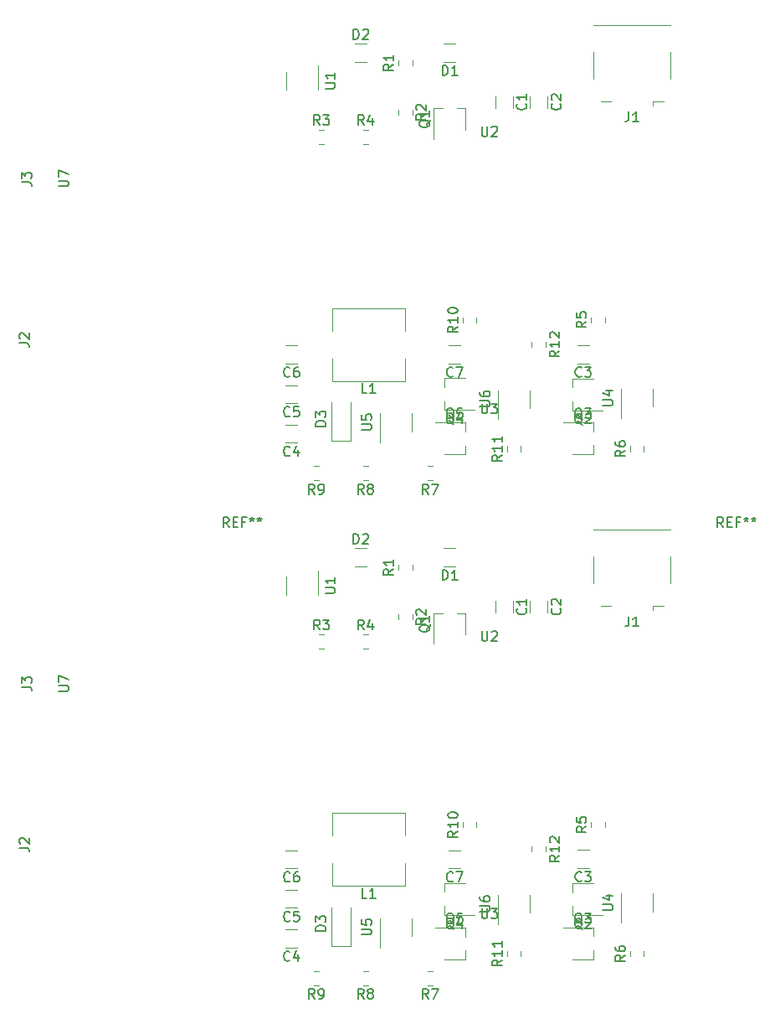
<source format=gbr>
G04 #@! TF.GenerationSoftware,KiCad,Pcbnew,5.0.2+dfsg1-1*
G04 #@! TF.CreationDate,2020-09-22T13:16:50+02:00*
G04 #@! TF.ProjectId,lipo_power,6c69706f-5f70-46f7-9765-722e6b696361,rev?*
G04 #@! TF.SameCoordinates,Original*
G04 #@! TF.FileFunction,Legend,Top*
G04 #@! TF.FilePolarity,Positive*
%FSLAX46Y46*%
G04 Gerber Fmt 4.6, Leading zero omitted, Abs format (unit mm)*
G04 Created by KiCad (PCBNEW 5.0.2+dfsg1-1) date Tue 22 Sep 2020 01:16:50 PM CEST*
%MOMM*%
%LPD*%
G01*
G04 APERTURE LIST*
%ADD10C,0.120000*%
%ADD11C,0.150000*%
G04 APERTURE END LIST*
D10*
G04 #@! TO.C,D3*
X134000000Y-91750000D02*
X136000000Y-91750000D01*
X136000000Y-91750000D02*
X136000000Y-87850000D01*
X134000000Y-91750000D02*
X134000000Y-87850000D01*
G04 #@! TO.C,Q5*
X147575000Y-92200000D02*
X147575000Y-93110000D01*
X147575000Y-89900000D02*
X147575000Y-90800000D01*
X144500000Y-89890000D02*
X147575000Y-89890000D01*
X145425000Y-93110000D02*
X147575000Y-93110000D01*
G04 #@! TO.C,Q4*
X145425000Y-86300000D02*
X145425000Y-85390000D01*
X145425000Y-88600000D02*
X145425000Y-87700000D01*
X148500000Y-88610000D02*
X145425000Y-88610000D01*
X147575000Y-85390000D02*
X145425000Y-85390000D01*
G04 #@! TO.C,D1*
X146602064Y-53410000D02*
X145397936Y-53410000D01*
X146602064Y-51590000D02*
X145397936Y-51590000D01*
G04 #@! TO.C,R10*
X147290000Y-79786252D02*
X147290000Y-79263748D01*
X148710000Y-79786252D02*
X148710000Y-79263748D01*
G04 #@! TO.C,R7*
X144261252Y-95710000D02*
X143738748Y-95710000D01*
X144261252Y-94290000D02*
X143738748Y-94290000D01*
G04 #@! TO.C,R8*
X137736252Y-95710000D02*
X137213748Y-95710000D01*
X137736252Y-94290000D02*
X137213748Y-94290000D01*
G04 #@! TO.C,R1*
X140790000Y-53786252D02*
X140790000Y-53263748D01*
X142210000Y-53786252D02*
X142210000Y-53263748D01*
G04 #@! TO.C,U5*
X142160000Y-90750000D02*
X142160000Y-88950000D01*
X138940000Y-88950000D02*
X138940000Y-91900000D01*
G04 #@! TO.C,J1*
X160550000Y-49700000D02*
X168350000Y-49700000D01*
X166560000Y-57410000D02*
X166560000Y-57840000D01*
X160550000Y-52400000D02*
X160550000Y-55100000D01*
X162340000Y-57410000D02*
X161260000Y-57410000D01*
X167640000Y-57410000D02*
X166560000Y-57410000D01*
X168350000Y-52400000D02*
X168350000Y-55100000D01*
G04 #@! TO.C,U1*
X129440000Y-54450000D02*
X129440000Y-56250000D01*
X132660000Y-56250000D02*
X132660000Y-53800000D01*
G04 #@! TO.C,R9*
X132761252Y-95710000D02*
X132238748Y-95710000D01*
X132761252Y-94290000D02*
X132238748Y-94290000D01*
G04 #@! TO.C,C5*
X130602064Y-87910000D02*
X129397936Y-87910000D01*
X130602064Y-86090000D02*
X129397936Y-86090000D01*
G04 #@! TO.C,U6*
X154110000Y-88400000D02*
X154110000Y-86600000D01*
X150890000Y-86600000D02*
X150890000Y-89550000D01*
G04 #@! TO.C,U4*
X166560001Y-88275001D02*
X166560001Y-86475001D01*
X163340001Y-86475001D02*
X163340001Y-89425001D01*
G04 #@! TO.C,C2*
X155910000Y-56885436D02*
X155910000Y-58089564D01*
X154090000Y-56885436D02*
X154090000Y-58089564D01*
G04 #@! TO.C,C3*
X160102064Y-83885000D02*
X158897936Y-83885000D01*
X160102064Y-82065000D02*
X158897936Y-82065000D01*
G04 #@! TO.C,R4*
X137238748Y-60290000D02*
X137761252Y-60290000D01*
X137238748Y-61710000D02*
X137761252Y-61710000D01*
G04 #@! TO.C,R11*
X151790000Y-92786252D02*
X151790000Y-92263748D01*
X153210000Y-92786252D02*
X153210000Y-92263748D01*
G04 #@! TO.C,R12*
X155710000Y-81713748D02*
X155710000Y-82236252D01*
X154290000Y-81713748D02*
X154290000Y-82236252D01*
G04 #@! TO.C,C4*
X130602064Y-91910000D02*
X129397936Y-91910000D01*
X130602064Y-90090000D02*
X129397936Y-90090000D01*
G04 #@! TO.C,L1*
X134100000Y-80600000D02*
X134100000Y-78300000D01*
X134100000Y-78300000D02*
X141500000Y-78300000D01*
X141500000Y-78300000D02*
X141500000Y-80600000D01*
X141500000Y-83400000D02*
X141500000Y-85700000D01*
X141500000Y-85700000D02*
X134100000Y-85700000D01*
X134100000Y-85700000D02*
X134100000Y-83400000D01*
G04 #@! TO.C,Q2*
X158425000Y-86325000D02*
X158425000Y-85415000D01*
X158425000Y-88625000D02*
X158425000Y-87725000D01*
X161500000Y-88635000D02*
X158425000Y-88635000D01*
X160575000Y-85415000D02*
X158425000Y-85415000D01*
G04 #@! TO.C,D2*
X136397936Y-51590000D02*
X137602064Y-51590000D01*
X136397936Y-53410000D02*
X137602064Y-53410000D01*
G04 #@! TO.C,C6*
X130602064Y-83910000D02*
X129397936Y-83910000D01*
X130602064Y-82090000D02*
X129397936Y-82090000D01*
G04 #@! TO.C,R2*
X142210000Y-58263748D02*
X142210000Y-58786252D01*
X140790000Y-58263748D02*
X140790000Y-58786252D01*
G04 #@! TO.C,Q1*
X146700000Y-58125000D02*
X147610000Y-58125000D01*
X144400000Y-58125000D02*
X145300000Y-58125000D01*
X144390000Y-61200000D02*
X144390000Y-58125000D01*
X147610000Y-60275000D02*
X147610000Y-58125000D01*
G04 #@! TO.C,C1*
X152410000Y-56885436D02*
X152410000Y-58089564D01*
X150590000Y-56885436D02*
X150590000Y-58089564D01*
G04 #@! TO.C,R3*
X132763748Y-60290000D02*
X133286252Y-60290000D01*
X132763748Y-61710000D02*
X133286252Y-61710000D01*
G04 #@! TO.C,R5*
X160290000Y-79761252D02*
X160290000Y-79238748D01*
X161710000Y-79761252D02*
X161710000Y-79238748D01*
G04 #@! TO.C,Q3*
X160575000Y-92175000D02*
X160575000Y-93085000D01*
X160575000Y-89875000D02*
X160575000Y-90775000D01*
X157500000Y-89865000D02*
X160575000Y-89865000D01*
X158425000Y-93085000D02*
X160575000Y-93085000D01*
G04 #@! TO.C,C7*
X147102064Y-83910000D02*
X145897936Y-83910000D01*
X147102064Y-82090000D02*
X145897936Y-82090000D01*
G04 #@! TO.C,R6*
X164240001Y-92786252D02*
X164240001Y-92263748D01*
X165660001Y-92786252D02*
X165660001Y-92263748D01*
G04 #@! TO.C,C7*
X147102064Y-133090000D02*
X145897936Y-133090000D01*
X147102064Y-134910000D02*
X145897936Y-134910000D01*
G04 #@! TO.C,C2*
X154090000Y-107885436D02*
X154090000Y-109089564D01*
X155910000Y-107885436D02*
X155910000Y-109089564D01*
G04 #@! TO.C,C3*
X160102064Y-133065000D02*
X158897936Y-133065000D01*
X160102064Y-134885000D02*
X158897936Y-134885000D01*
G04 #@! TO.C,C4*
X130602064Y-141090000D02*
X129397936Y-141090000D01*
X130602064Y-142910000D02*
X129397936Y-142910000D01*
G04 #@! TO.C,C5*
X130602064Y-137090000D02*
X129397936Y-137090000D01*
X130602064Y-138910000D02*
X129397936Y-138910000D01*
G04 #@! TO.C,C6*
X130602064Y-133090000D02*
X129397936Y-133090000D01*
X130602064Y-134910000D02*
X129397936Y-134910000D01*
G04 #@! TO.C,D1*
X146602064Y-102590000D02*
X145397936Y-102590000D01*
X146602064Y-104410000D02*
X145397936Y-104410000D01*
G04 #@! TO.C,D2*
X136397936Y-104410000D02*
X137602064Y-104410000D01*
X136397936Y-102590000D02*
X137602064Y-102590000D01*
G04 #@! TO.C,C1*
X150590000Y-107885436D02*
X150590000Y-109089564D01*
X152410000Y-107885436D02*
X152410000Y-109089564D01*
G04 #@! TO.C,D3*
X134000000Y-142750000D02*
X134000000Y-138850000D01*
X136000000Y-142750000D02*
X136000000Y-138850000D01*
X134000000Y-142750000D02*
X136000000Y-142750000D01*
G04 #@! TO.C,L1*
X134100000Y-136700000D02*
X134100000Y-134400000D01*
X141500000Y-136700000D02*
X134100000Y-136700000D01*
X141500000Y-134400000D02*
X141500000Y-136700000D01*
X141500000Y-129300000D02*
X141500000Y-131600000D01*
X134100000Y-129300000D02*
X141500000Y-129300000D01*
X134100000Y-131600000D02*
X134100000Y-129300000D01*
G04 #@! TO.C,U1*
X132660000Y-107250000D02*
X132660000Y-104800000D01*
X129440000Y-105450000D02*
X129440000Y-107250000D01*
G04 #@! TO.C,U4*
X163340001Y-137475001D02*
X163340001Y-140425001D01*
X166560001Y-139275001D02*
X166560001Y-137475001D01*
G04 #@! TO.C,U5*
X138940000Y-139950000D02*
X138940000Y-142900000D01*
X142160000Y-141750000D02*
X142160000Y-139950000D01*
G04 #@! TO.C,U6*
X150890000Y-137600000D02*
X150890000Y-140550000D01*
X154110000Y-139400000D02*
X154110000Y-137600000D01*
G04 #@! TO.C,Q2*
X160575000Y-136415000D02*
X158425000Y-136415000D01*
X161500000Y-139635000D02*
X158425000Y-139635000D01*
X158425000Y-139625000D02*
X158425000Y-138725000D01*
X158425000Y-137325000D02*
X158425000Y-136415000D01*
G04 #@! TO.C,Q4*
X147575000Y-136390000D02*
X145425000Y-136390000D01*
X148500000Y-139610000D02*
X145425000Y-139610000D01*
X145425000Y-139600000D02*
X145425000Y-138700000D01*
X145425000Y-137300000D02*
X145425000Y-136390000D01*
G04 #@! TO.C,Q1*
X147610000Y-111275000D02*
X147610000Y-109125000D01*
X144390000Y-112200000D02*
X144390000Y-109125000D01*
X144400000Y-109125000D02*
X145300000Y-109125000D01*
X146700000Y-109125000D02*
X147610000Y-109125000D01*
G04 #@! TO.C,Q5*
X145425000Y-144110000D02*
X147575000Y-144110000D01*
X144500000Y-140890000D02*
X147575000Y-140890000D01*
X147575000Y-140900000D02*
X147575000Y-141800000D01*
X147575000Y-143200000D02*
X147575000Y-144110000D01*
G04 #@! TO.C,Q3*
X158425000Y-144085000D02*
X160575000Y-144085000D01*
X157500000Y-140865000D02*
X160575000Y-140865000D01*
X160575000Y-140875000D02*
X160575000Y-141775000D01*
X160575000Y-143175000D02*
X160575000Y-144085000D01*
G04 #@! TO.C,R2*
X140790000Y-109263748D02*
X140790000Y-109786252D01*
X142210000Y-109263748D02*
X142210000Y-109786252D01*
G04 #@! TO.C,R1*
X142210000Y-104786252D02*
X142210000Y-104263748D01*
X140790000Y-104786252D02*
X140790000Y-104263748D01*
G04 #@! TO.C,R3*
X132763748Y-112710000D02*
X133286252Y-112710000D01*
X132763748Y-111290000D02*
X133286252Y-111290000D01*
G04 #@! TO.C,R4*
X137238748Y-112710000D02*
X137761252Y-112710000D01*
X137238748Y-111290000D02*
X137761252Y-111290000D01*
G04 #@! TO.C,R5*
X161710000Y-130761252D02*
X161710000Y-130238748D01*
X160290000Y-130761252D02*
X160290000Y-130238748D01*
G04 #@! TO.C,R7*
X144261252Y-145290000D02*
X143738748Y-145290000D01*
X144261252Y-146710000D02*
X143738748Y-146710000D01*
G04 #@! TO.C,R8*
X137736252Y-145290000D02*
X137213748Y-145290000D01*
X137736252Y-146710000D02*
X137213748Y-146710000D01*
G04 #@! TO.C,R9*
X132761252Y-145290000D02*
X132238748Y-145290000D01*
X132761252Y-146710000D02*
X132238748Y-146710000D01*
G04 #@! TO.C,R10*
X148710000Y-130786252D02*
X148710000Y-130263748D01*
X147290000Y-130786252D02*
X147290000Y-130263748D01*
G04 #@! TO.C,R11*
X153210000Y-143786252D02*
X153210000Y-143263748D01*
X151790000Y-143786252D02*
X151790000Y-143263748D01*
G04 #@! TO.C,R12*
X154290000Y-132713748D02*
X154290000Y-133236252D01*
X155710000Y-132713748D02*
X155710000Y-133236252D01*
G04 #@! TO.C,R6*
X165660001Y-143786252D02*
X165660001Y-143263748D01*
X164240001Y-143786252D02*
X164240001Y-143263748D01*
G04 #@! TO.C,J1*
X168350000Y-103400000D02*
X168350000Y-106100000D01*
X167640000Y-108410000D02*
X166560000Y-108410000D01*
X162340000Y-108410000D02*
X161260000Y-108410000D01*
X160550000Y-103400000D02*
X160550000Y-106100000D01*
X166560000Y-108410000D02*
X166560000Y-108840000D01*
X160550000Y-100700000D02*
X168350000Y-100700000D01*
G04 #@! TO.C,D3*
D11*
X133452380Y-90238095D02*
X132452380Y-90238095D01*
X132452380Y-90000000D01*
X132500000Y-89857142D01*
X132595238Y-89761904D01*
X132690476Y-89714285D01*
X132880952Y-89666666D01*
X133023809Y-89666666D01*
X133214285Y-89714285D01*
X133309523Y-89761904D01*
X133404761Y-89857142D01*
X133452380Y-90000000D01*
X133452380Y-90238095D01*
X132452380Y-89333333D02*
X132452380Y-88714285D01*
X132833333Y-89047619D01*
X132833333Y-88904761D01*
X132880952Y-88809523D01*
X132928571Y-88761904D01*
X133023809Y-88714285D01*
X133261904Y-88714285D01*
X133357142Y-88761904D01*
X133404761Y-88809523D01*
X133452380Y-88904761D01*
X133452380Y-89190476D01*
X133404761Y-89285714D01*
X133357142Y-89333333D01*
G04 #@! TO.C,Q5*
X146404761Y-89547619D02*
X146309523Y-89500000D01*
X146214285Y-89404761D01*
X146071428Y-89261904D01*
X145976190Y-89214285D01*
X145880952Y-89214285D01*
X145928571Y-89452380D02*
X145833333Y-89404761D01*
X145738095Y-89309523D01*
X145690476Y-89119047D01*
X145690476Y-88785714D01*
X145738095Y-88595238D01*
X145833333Y-88500000D01*
X145928571Y-88452380D01*
X146119047Y-88452380D01*
X146214285Y-88500000D01*
X146309523Y-88595238D01*
X146357142Y-88785714D01*
X146357142Y-89119047D01*
X146309523Y-89309523D01*
X146214285Y-89404761D01*
X146119047Y-89452380D01*
X145928571Y-89452380D01*
X147261904Y-88452380D02*
X146785714Y-88452380D01*
X146738095Y-88928571D01*
X146785714Y-88880952D01*
X146880952Y-88833333D01*
X147119047Y-88833333D01*
X147214285Y-88880952D01*
X147261904Y-88928571D01*
X147309523Y-89023809D01*
X147309523Y-89261904D01*
X147261904Y-89357142D01*
X147214285Y-89404761D01*
X147119047Y-89452380D01*
X146880952Y-89452380D01*
X146785714Y-89404761D01*
X146738095Y-89357142D01*
G04 #@! TO.C,Q4*
X146404761Y-90047619D02*
X146309523Y-90000000D01*
X146214285Y-89904761D01*
X146071428Y-89761904D01*
X145976190Y-89714285D01*
X145880952Y-89714285D01*
X145928571Y-89952380D02*
X145833333Y-89904761D01*
X145738095Y-89809523D01*
X145690476Y-89619047D01*
X145690476Y-89285714D01*
X145738095Y-89095238D01*
X145833333Y-89000000D01*
X145928571Y-88952380D01*
X146119047Y-88952380D01*
X146214285Y-89000000D01*
X146309523Y-89095238D01*
X146357142Y-89285714D01*
X146357142Y-89619047D01*
X146309523Y-89809523D01*
X146214285Y-89904761D01*
X146119047Y-89952380D01*
X145928571Y-89952380D01*
X147214285Y-89285714D02*
X147214285Y-89952380D01*
X146976190Y-88904761D02*
X146738095Y-89619047D01*
X147357142Y-89619047D01*
G04 #@! TO.C,D1*
X145261904Y-54772380D02*
X145261904Y-53772380D01*
X145500000Y-53772380D01*
X145642857Y-53820000D01*
X145738095Y-53915238D01*
X145785714Y-54010476D01*
X145833333Y-54200952D01*
X145833333Y-54343809D01*
X145785714Y-54534285D01*
X145738095Y-54629523D01*
X145642857Y-54724761D01*
X145500000Y-54772380D01*
X145261904Y-54772380D01*
X146785714Y-54772380D02*
X146214285Y-54772380D01*
X146500000Y-54772380D02*
X146500000Y-53772380D01*
X146404761Y-53915238D01*
X146309523Y-54010476D01*
X146214285Y-54058095D01*
G04 #@! TO.C,R10*
X146802380Y-80167857D02*
X146326190Y-80501190D01*
X146802380Y-80739285D02*
X145802380Y-80739285D01*
X145802380Y-80358333D01*
X145850000Y-80263095D01*
X145897619Y-80215476D01*
X145992857Y-80167857D01*
X146135714Y-80167857D01*
X146230952Y-80215476D01*
X146278571Y-80263095D01*
X146326190Y-80358333D01*
X146326190Y-80739285D01*
X146802380Y-79215476D02*
X146802380Y-79786904D01*
X146802380Y-79501190D02*
X145802380Y-79501190D01*
X145945238Y-79596428D01*
X146040476Y-79691666D01*
X146088095Y-79786904D01*
X145802380Y-78596428D02*
X145802380Y-78501190D01*
X145850000Y-78405952D01*
X145897619Y-78358333D01*
X145992857Y-78310714D01*
X146183333Y-78263095D01*
X146421428Y-78263095D01*
X146611904Y-78310714D01*
X146707142Y-78358333D01*
X146754761Y-78405952D01*
X146802380Y-78501190D01*
X146802380Y-78596428D01*
X146754761Y-78691666D01*
X146707142Y-78739285D01*
X146611904Y-78786904D01*
X146421428Y-78834523D01*
X146183333Y-78834523D01*
X145992857Y-78786904D01*
X145897619Y-78739285D01*
X145850000Y-78691666D01*
X145802380Y-78596428D01*
G04 #@! TO.C,R7*
X143833333Y-97102380D02*
X143500000Y-96626190D01*
X143261904Y-97102380D02*
X143261904Y-96102380D01*
X143642857Y-96102380D01*
X143738095Y-96150000D01*
X143785714Y-96197619D01*
X143833333Y-96292857D01*
X143833333Y-96435714D01*
X143785714Y-96530952D01*
X143738095Y-96578571D01*
X143642857Y-96626190D01*
X143261904Y-96626190D01*
X144166666Y-96102380D02*
X144833333Y-96102380D01*
X144404761Y-97102380D01*
G04 #@! TO.C,R8*
X137308333Y-97102380D02*
X136975000Y-96626190D01*
X136736904Y-97102380D02*
X136736904Y-96102380D01*
X137117857Y-96102380D01*
X137213095Y-96150000D01*
X137260714Y-96197619D01*
X137308333Y-96292857D01*
X137308333Y-96435714D01*
X137260714Y-96530952D01*
X137213095Y-96578571D01*
X137117857Y-96626190D01*
X136736904Y-96626190D01*
X137879761Y-96530952D02*
X137784523Y-96483333D01*
X137736904Y-96435714D01*
X137689285Y-96340476D01*
X137689285Y-96292857D01*
X137736904Y-96197619D01*
X137784523Y-96150000D01*
X137879761Y-96102380D01*
X138070238Y-96102380D01*
X138165476Y-96150000D01*
X138213095Y-96197619D01*
X138260714Y-96292857D01*
X138260714Y-96340476D01*
X138213095Y-96435714D01*
X138165476Y-96483333D01*
X138070238Y-96530952D01*
X137879761Y-96530952D01*
X137784523Y-96578571D01*
X137736904Y-96626190D01*
X137689285Y-96721428D01*
X137689285Y-96911904D01*
X137736904Y-97007142D01*
X137784523Y-97054761D01*
X137879761Y-97102380D01*
X138070238Y-97102380D01*
X138165476Y-97054761D01*
X138213095Y-97007142D01*
X138260714Y-96911904D01*
X138260714Y-96721428D01*
X138213095Y-96626190D01*
X138165476Y-96578571D01*
X138070238Y-96530952D01*
G04 #@! TO.C,R1*
X140302380Y-53691666D02*
X139826190Y-54025000D01*
X140302380Y-54263095D02*
X139302380Y-54263095D01*
X139302380Y-53882142D01*
X139350000Y-53786904D01*
X139397619Y-53739285D01*
X139492857Y-53691666D01*
X139635714Y-53691666D01*
X139730952Y-53739285D01*
X139778571Y-53786904D01*
X139826190Y-53882142D01*
X139826190Y-54263095D01*
X140302380Y-52739285D02*
X140302380Y-53310714D01*
X140302380Y-53025000D02*
X139302380Y-53025000D01*
X139445238Y-53120238D01*
X139540476Y-53215476D01*
X139588095Y-53310714D01*
G04 #@! TO.C,J3*
X102702380Y-65583333D02*
X103416666Y-65583333D01*
X103559523Y-65630952D01*
X103654761Y-65726190D01*
X103702380Y-65869047D01*
X103702380Y-65964285D01*
X102702380Y-65202380D02*
X102702380Y-64583333D01*
X103083333Y-64916666D01*
X103083333Y-64773809D01*
X103130952Y-64678571D01*
X103178571Y-64630952D01*
X103273809Y-64583333D01*
X103511904Y-64583333D01*
X103607142Y-64630952D01*
X103654761Y-64678571D01*
X103702380Y-64773809D01*
X103702380Y-65059523D01*
X103654761Y-65154761D01*
X103607142Y-65202380D01*
G04 #@! TO.C,U3*
X149238095Y-87952380D02*
X149238095Y-88761904D01*
X149285714Y-88857142D01*
X149333333Y-88904761D01*
X149428571Y-88952380D01*
X149619047Y-88952380D01*
X149714285Y-88904761D01*
X149761904Y-88857142D01*
X149809523Y-88761904D01*
X149809523Y-87952380D01*
X150190476Y-87952380D02*
X150809523Y-87952380D01*
X150476190Y-88333333D01*
X150619047Y-88333333D01*
X150714285Y-88380952D01*
X150761904Y-88428571D01*
X150809523Y-88523809D01*
X150809523Y-88761904D01*
X150761904Y-88857142D01*
X150714285Y-88904761D01*
X150619047Y-88952380D01*
X150333333Y-88952380D01*
X150238095Y-88904761D01*
X150190476Y-88857142D01*
G04 #@! TO.C,U2*
X149238095Y-59952380D02*
X149238095Y-60761904D01*
X149285714Y-60857142D01*
X149333333Y-60904761D01*
X149428571Y-60952380D01*
X149619047Y-60952380D01*
X149714285Y-60904761D01*
X149761904Y-60857142D01*
X149809523Y-60761904D01*
X149809523Y-59952380D01*
X150238095Y-60047619D02*
X150285714Y-60000000D01*
X150380952Y-59952380D01*
X150619047Y-59952380D01*
X150714285Y-60000000D01*
X150761904Y-60047619D01*
X150809523Y-60142857D01*
X150809523Y-60238095D01*
X150761904Y-60380952D01*
X150190476Y-60952380D01*
X150809523Y-60952380D01*
G04 #@! TO.C,U5*
X137102380Y-90611904D02*
X137911904Y-90611904D01*
X138007142Y-90564285D01*
X138054761Y-90516666D01*
X138102380Y-90421428D01*
X138102380Y-90230952D01*
X138054761Y-90135714D01*
X138007142Y-90088095D01*
X137911904Y-90040476D01*
X137102380Y-90040476D01*
X137102380Y-89088095D02*
X137102380Y-89564285D01*
X137578571Y-89611904D01*
X137530952Y-89564285D01*
X137483333Y-89469047D01*
X137483333Y-89230952D01*
X137530952Y-89135714D01*
X137578571Y-89088095D01*
X137673809Y-89040476D01*
X137911904Y-89040476D01*
X138007142Y-89088095D01*
X138054761Y-89135714D01*
X138102380Y-89230952D01*
X138102380Y-89469047D01*
X138054761Y-89564285D01*
X138007142Y-89611904D01*
G04 #@! TO.C,J1*
X164116666Y-58452380D02*
X164116666Y-59166666D01*
X164069047Y-59309523D01*
X163973809Y-59404761D01*
X163830952Y-59452380D01*
X163735714Y-59452380D01*
X165116666Y-59452380D02*
X164545238Y-59452380D01*
X164830952Y-59452380D02*
X164830952Y-58452380D01*
X164735714Y-58595238D01*
X164640476Y-58690476D01*
X164545238Y-58738095D01*
G04 #@! TO.C,U1*
X133402380Y-56111904D02*
X134211904Y-56111904D01*
X134307142Y-56064285D01*
X134354761Y-56016666D01*
X134402380Y-55921428D01*
X134402380Y-55730952D01*
X134354761Y-55635714D01*
X134307142Y-55588095D01*
X134211904Y-55540476D01*
X133402380Y-55540476D01*
X134402380Y-54540476D02*
X134402380Y-55111904D01*
X134402380Y-54826190D02*
X133402380Y-54826190D01*
X133545238Y-54921428D01*
X133640476Y-55016666D01*
X133688095Y-55111904D01*
G04 #@! TO.C,R9*
X132333333Y-97102380D02*
X132000000Y-96626190D01*
X131761904Y-97102380D02*
X131761904Y-96102380D01*
X132142857Y-96102380D01*
X132238095Y-96150000D01*
X132285714Y-96197619D01*
X132333333Y-96292857D01*
X132333333Y-96435714D01*
X132285714Y-96530952D01*
X132238095Y-96578571D01*
X132142857Y-96626190D01*
X131761904Y-96626190D01*
X132809523Y-97102380D02*
X133000000Y-97102380D01*
X133095238Y-97054761D01*
X133142857Y-97007142D01*
X133238095Y-96864285D01*
X133285714Y-96673809D01*
X133285714Y-96292857D01*
X133238095Y-96197619D01*
X133190476Y-96150000D01*
X133095238Y-96102380D01*
X132904761Y-96102380D01*
X132809523Y-96150000D01*
X132761904Y-96197619D01*
X132714285Y-96292857D01*
X132714285Y-96530952D01*
X132761904Y-96626190D01*
X132809523Y-96673809D01*
X132904761Y-96721428D01*
X133095238Y-96721428D01*
X133190476Y-96673809D01*
X133238095Y-96626190D01*
X133285714Y-96530952D01*
G04 #@! TO.C,C5*
X129833333Y-89177142D02*
X129785714Y-89224761D01*
X129642857Y-89272380D01*
X129547619Y-89272380D01*
X129404761Y-89224761D01*
X129309523Y-89129523D01*
X129261904Y-89034285D01*
X129214285Y-88843809D01*
X129214285Y-88700952D01*
X129261904Y-88510476D01*
X129309523Y-88415238D01*
X129404761Y-88320000D01*
X129547619Y-88272380D01*
X129642857Y-88272380D01*
X129785714Y-88320000D01*
X129833333Y-88367619D01*
X130738095Y-88272380D02*
X130261904Y-88272380D01*
X130214285Y-88748571D01*
X130261904Y-88700952D01*
X130357142Y-88653333D01*
X130595238Y-88653333D01*
X130690476Y-88700952D01*
X130738095Y-88748571D01*
X130785714Y-88843809D01*
X130785714Y-89081904D01*
X130738095Y-89177142D01*
X130690476Y-89224761D01*
X130595238Y-89272380D01*
X130357142Y-89272380D01*
X130261904Y-89224761D01*
X130214285Y-89177142D01*
G04 #@! TO.C,U6*
X149052380Y-88261904D02*
X149861904Y-88261904D01*
X149957142Y-88214285D01*
X150004761Y-88166666D01*
X150052380Y-88071428D01*
X150052380Y-87880952D01*
X150004761Y-87785714D01*
X149957142Y-87738095D01*
X149861904Y-87690476D01*
X149052380Y-87690476D01*
X149052380Y-86785714D02*
X149052380Y-86976190D01*
X149100000Y-87071428D01*
X149147619Y-87119047D01*
X149290476Y-87214285D01*
X149480952Y-87261904D01*
X149861904Y-87261904D01*
X149957142Y-87214285D01*
X150004761Y-87166666D01*
X150052380Y-87071428D01*
X150052380Y-86880952D01*
X150004761Y-86785714D01*
X149957142Y-86738095D01*
X149861904Y-86690476D01*
X149623809Y-86690476D01*
X149528571Y-86738095D01*
X149480952Y-86785714D01*
X149433333Y-86880952D01*
X149433333Y-87071428D01*
X149480952Y-87166666D01*
X149528571Y-87214285D01*
X149623809Y-87261904D01*
G04 #@! TO.C,U4*
X161502381Y-88136905D02*
X162311905Y-88136905D01*
X162407143Y-88089286D01*
X162454762Y-88041667D01*
X162502381Y-87946429D01*
X162502381Y-87755953D01*
X162454762Y-87660715D01*
X162407143Y-87613096D01*
X162311905Y-87565477D01*
X161502381Y-87565477D01*
X161835715Y-86660715D02*
X162502381Y-86660715D01*
X161454762Y-86898810D02*
X162169048Y-87136905D01*
X162169048Y-86517858D01*
G04 #@! TO.C,U7*
X106452380Y-66011904D02*
X107261904Y-66011904D01*
X107357142Y-65964285D01*
X107404761Y-65916666D01*
X107452380Y-65821428D01*
X107452380Y-65630952D01*
X107404761Y-65535714D01*
X107357142Y-65488095D01*
X107261904Y-65440476D01*
X106452380Y-65440476D01*
X106452380Y-65059523D02*
X106452380Y-64392857D01*
X107452380Y-64821428D01*
G04 #@! TO.C,C2*
X157177142Y-57654166D02*
X157224761Y-57701785D01*
X157272380Y-57844642D01*
X157272380Y-57939880D01*
X157224761Y-58082738D01*
X157129523Y-58177976D01*
X157034285Y-58225595D01*
X156843809Y-58273214D01*
X156700952Y-58273214D01*
X156510476Y-58225595D01*
X156415238Y-58177976D01*
X156320000Y-58082738D01*
X156272380Y-57939880D01*
X156272380Y-57844642D01*
X156320000Y-57701785D01*
X156367619Y-57654166D01*
X156367619Y-57273214D02*
X156320000Y-57225595D01*
X156272380Y-57130357D01*
X156272380Y-56892261D01*
X156320000Y-56797023D01*
X156367619Y-56749404D01*
X156462857Y-56701785D01*
X156558095Y-56701785D01*
X156700952Y-56749404D01*
X157272380Y-57320833D01*
X157272380Y-56701785D01*
G04 #@! TO.C,C3*
X159333333Y-85152142D02*
X159285714Y-85199761D01*
X159142857Y-85247380D01*
X159047619Y-85247380D01*
X158904761Y-85199761D01*
X158809523Y-85104523D01*
X158761904Y-85009285D01*
X158714285Y-84818809D01*
X158714285Y-84675952D01*
X158761904Y-84485476D01*
X158809523Y-84390238D01*
X158904761Y-84295000D01*
X159047619Y-84247380D01*
X159142857Y-84247380D01*
X159285714Y-84295000D01*
X159333333Y-84342619D01*
X159666666Y-84247380D02*
X160285714Y-84247380D01*
X159952380Y-84628333D01*
X160095238Y-84628333D01*
X160190476Y-84675952D01*
X160238095Y-84723571D01*
X160285714Y-84818809D01*
X160285714Y-85056904D01*
X160238095Y-85152142D01*
X160190476Y-85199761D01*
X160095238Y-85247380D01*
X159809523Y-85247380D01*
X159714285Y-85199761D01*
X159666666Y-85152142D01*
G04 #@! TO.C,R4*
X137333333Y-59802380D02*
X137000000Y-59326190D01*
X136761904Y-59802380D02*
X136761904Y-58802380D01*
X137142857Y-58802380D01*
X137238095Y-58850000D01*
X137285714Y-58897619D01*
X137333333Y-58992857D01*
X137333333Y-59135714D01*
X137285714Y-59230952D01*
X137238095Y-59278571D01*
X137142857Y-59326190D01*
X136761904Y-59326190D01*
X138190476Y-59135714D02*
X138190476Y-59802380D01*
X137952380Y-58754761D02*
X137714285Y-59469047D01*
X138333333Y-59469047D01*
G04 #@! TO.C,R11*
X151302380Y-93167857D02*
X150826190Y-93501190D01*
X151302380Y-93739285D02*
X150302380Y-93739285D01*
X150302380Y-93358333D01*
X150350000Y-93263095D01*
X150397619Y-93215476D01*
X150492857Y-93167857D01*
X150635714Y-93167857D01*
X150730952Y-93215476D01*
X150778571Y-93263095D01*
X150826190Y-93358333D01*
X150826190Y-93739285D01*
X151302380Y-92215476D02*
X151302380Y-92786904D01*
X151302380Y-92501190D02*
X150302380Y-92501190D01*
X150445238Y-92596428D01*
X150540476Y-92691666D01*
X150588095Y-92786904D01*
X151302380Y-91263095D02*
X151302380Y-91834523D01*
X151302380Y-91548809D02*
X150302380Y-91548809D01*
X150445238Y-91644047D01*
X150540476Y-91739285D01*
X150588095Y-91834523D01*
G04 #@! TO.C,R12*
X157102380Y-82617857D02*
X156626190Y-82951190D01*
X157102380Y-83189285D02*
X156102380Y-83189285D01*
X156102380Y-82808333D01*
X156150000Y-82713095D01*
X156197619Y-82665476D01*
X156292857Y-82617857D01*
X156435714Y-82617857D01*
X156530952Y-82665476D01*
X156578571Y-82713095D01*
X156626190Y-82808333D01*
X156626190Y-83189285D01*
X157102380Y-81665476D02*
X157102380Y-82236904D01*
X157102380Y-81951190D02*
X156102380Y-81951190D01*
X156245238Y-82046428D01*
X156340476Y-82141666D01*
X156388095Y-82236904D01*
X156197619Y-81284523D02*
X156150000Y-81236904D01*
X156102380Y-81141666D01*
X156102380Y-80903571D01*
X156150000Y-80808333D01*
X156197619Y-80760714D01*
X156292857Y-80713095D01*
X156388095Y-80713095D01*
X156530952Y-80760714D01*
X157102380Y-81332142D01*
X157102380Y-80713095D01*
G04 #@! TO.C,C4*
X129833333Y-93177142D02*
X129785714Y-93224761D01*
X129642857Y-93272380D01*
X129547619Y-93272380D01*
X129404761Y-93224761D01*
X129309523Y-93129523D01*
X129261904Y-93034285D01*
X129214285Y-92843809D01*
X129214285Y-92700952D01*
X129261904Y-92510476D01*
X129309523Y-92415238D01*
X129404761Y-92320000D01*
X129547619Y-92272380D01*
X129642857Y-92272380D01*
X129785714Y-92320000D01*
X129833333Y-92367619D01*
X130690476Y-92605714D02*
X130690476Y-93272380D01*
X130452380Y-92224761D02*
X130214285Y-92939047D01*
X130833333Y-92939047D01*
G04 #@! TO.C,L1*
X137633333Y-86902380D02*
X137157142Y-86902380D01*
X137157142Y-85902380D01*
X138490476Y-86902380D02*
X137919047Y-86902380D01*
X138204761Y-86902380D02*
X138204761Y-85902380D01*
X138109523Y-86045238D01*
X138014285Y-86140476D01*
X137919047Y-86188095D01*
G04 #@! TO.C,J2*
X102452380Y-81833333D02*
X103166666Y-81833333D01*
X103309523Y-81880952D01*
X103404761Y-81976190D01*
X103452380Y-82119047D01*
X103452380Y-82214285D01*
X102547619Y-81404761D02*
X102500000Y-81357142D01*
X102452380Y-81261904D01*
X102452380Y-81023809D01*
X102500000Y-80928571D01*
X102547619Y-80880952D01*
X102642857Y-80833333D01*
X102738095Y-80833333D01*
X102880952Y-80880952D01*
X103452380Y-81452380D01*
X103452380Y-80833333D01*
G04 #@! TO.C,Q2*
X159404761Y-90072619D02*
X159309523Y-90025000D01*
X159214285Y-89929761D01*
X159071428Y-89786904D01*
X158976190Y-89739285D01*
X158880952Y-89739285D01*
X158928571Y-89977380D02*
X158833333Y-89929761D01*
X158738095Y-89834523D01*
X158690476Y-89644047D01*
X158690476Y-89310714D01*
X158738095Y-89120238D01*
X158833333Y-89025000D01*
X158928571Y-88977380D01*
X159119047Y-88977380D01*
X159214285Y-89025000D01*
X159309523Y-89120238D01*
X159357142Y-89310714D01*
X159357142Y-89644047D01*
X159309523Y-89834523D01*
X159214285Y-89929761D01*
X159119047Y-89977380D01*
X158928571Y-89977380D01*
X159738095Y-89072619D02*
X159785714Y-89025000D01*
X159880952Y-88977380D01*
X160119047Y-88977380D01*
X160214285Y-89025000D01*
X160261904Y-89072619D01*
X160309523Y-89167857D01*
X160309523Y-89263095D01*
X160261904Y-89405952D01*
X159690476Y-89977380D01*
X160309523Y-89977380D01*
G04 #@! TO.C,D2*
X136261904Y-51132380D02*
X136261904Y-50132380D01*
X136500000Y-50132380D01*
X136642857Y-50180000D01*
X136738095Y-50275238D01*
X136785714Y-50370476D01*
X136833333Y-50560952D01*
X136833333Y-50703809D01*
X136785714Y-50894285D01*
X136738095Y-50989523D01*
X136642857Y-51084761D01*
X136500000Y-51132380D01*
X136261904Y-51132380D01*
X137214285Y-50227619D02*
X137261904Y-50180000D01*
X137357142Y-50132380D01*
X137595238Y-50132380D01*
X137690476Y-50180000D01*
X137738095Y-50227619D01*
X137785714Y-50322857D01*
X137785714Y-50418095D01*
X137738095Y-50560952D01*
X137166666Y-51132380D01*
X137785714Y-51132380D01*
G04 #@! TO.C,C6*
X129833333Y-85177142D02*
X129785714Y-85224761D01*
X129642857Y-85272380D01*
X129547619Y-85272380D01*
X129404761Y-85224761D01*
X129309523Y-85129523D01*
X129261904Y-85034285D01*
X129214285Y-84843809D01*
X129214285Y-84700952D01*
X129261904Y-84510476D01*
X129309523Y-84415238D01*
X129404761Y-84320000D01*
X129547619Y-84272380D01*
X129642857Y-84272380D01*
X129785714Y-84320000D01*
X129833333Y-84367619D01*
X130690476Y-84272380D02*
X130500000Y-84272380D01*
X130404761Y-84320000D01*
X130357142Y-84367619D01*
X130261904Y-84510476D01*
X130214285Y-84700952D01*
X130214285Y-85081904D01*
X130261904Y-85177142D01*
X130309523Y-85224761D01*
X130404761Y-85272380D01*
X130595238Y-85272380D01*
X130690476Y-85224761D01*
X130738095Y-85177142D01*
X130785714Y-85081904D01*
X130785714Y-84843809D01*
X130738095Y-84748571D01*
X130690476Y-84700952D01*
X130595238Y-84653333D01*
X130404761Y-84653333D01*
X130309523Y-84700952D01*
X130261904Y-84748571D01*
X130214285Y-84843809D01*
G04 #@! TO.C,R2*
X143602380Y-58691666D02*
X143126190Y-59025000D01*
X143602380Y-59263095D02*
X142602380Y-59263095D01*
X142602380Y-58882142D01*
X142650000Y-58786904D01*
X142697619Y-58739285D01*
X142792857Y-58691666D01*
X142935714Y-58691666D01*
X143030952Y-58739285D01*
X143078571Y-58786904D01*
X143126190Y-58882142D01*
X143126190Y-59263095D01*
X142697619Y-58310714D02*
X142650000Y-58263095D01*
X142602380Y-58167857D01*
X142602380Y-57929761D01*
X142650000Y-57834523D01*
X142697619Y-57786904D01*
X142792857Y-57739285D01*
X142888095Y-57739285D01*
X143030952Y-57786904D01*
X143602380Y-58358333D01*
X143602380Y-57739285D01*
G04 #@! TO.C,Q1*
X144047619Y-59295238D02*
X144000000Y-59390476D01*
X143904761Y-59485714D01*
X143761904Y-59628571D01*
X143714285Y-59723809D01*
X143714285Y-59819047D01*
X143952380Y-59771428D02*
X143904761Y-59866666D01*
X143809523Y-59961904D01*
X143619047Y-60009523D01*
X143285714Y-60009523D01*
X143095238Y-59961904D01*
X143000000Y-59866666D01*
X142952380Y-59771428D01*
X142952380Y-59580952D01*
X143000000Y-59485714D01*
X143095238Y-59390476D01*
X143285714Y-59342857D01*
X143619047Y-59342857D01*
X143809523Y-59390476D01*
X143904761Y-59485714D01*
X143952380Y-59580952D01*
X143952380Y-59771428D01*
X143952380Y-58390476D02*
X143952380Y-58961904D01*
X143952380Y-58676190D02*
X142952380Y-58676190D01*
X143095238Y-58771428D01*
X143190476Y-58866666D01*
X143238095Y-58961904D01*
G04 #@! TO.C,C1*
X153677142Y-57654166D02*
X153724761Y-57701785D01*
X153772380Y-57844642D01*
X153772380Y-57939880D01*
X153724761Y-58082738D01*
X153629523Y-58177976D01*
X153534285Y-58225595D01*
X153343809Y-58273214D01*
X153200952Y-58273214D01*
X153010476Y-58225595D01*
X152915238Y-58177976D01*
X152820000Y-58082738D01*
X152772380Y-57939880D01*
X152772380Y-57844642D01*
X152820000Y-57701785D01*
X152867619Y-57654166D01*
X153772380Y-56701785D02*
X153772380Y-57273214D01*
X153772380Y-56987500D02*
X152772380Y-56987500D01*
X152915238Y-57082738D01*
X153010476Y-57177976D01*
X153058095Y-57273214D01*
G04 #@! TO.C,R3*
X132858333Y-59802380D02*
X132525000Y-59326190D01*
X132286904Y-59802380D02*
X132286904Y-58802380D01*
X132667857Y-58802380D01*
X132763095Y-58850000D01*
X132810714Y-58897619D01*
X132858333Y-58992857D01*
X132858333Y-59135714D01*
X132810714Y-59230952D01*
X132763095Y-59278571D01*
X132667857Y-59326190D01*
X132286904Y-59326190D01*
X133191666Y-58802380D02*
X133810714Y-58802380D01*
X133477380Y-59183333D01*
X133620238Y-59183333D01*
X133715476Y-59230952D01*
X133763095Y-59278571D01*
X133810714Y-59373809D01*
X133810714Y-59611904D01*
X133763095Y-59707142D01*
X133715476Y-59754761D01*
X133620238Y-59802380D01*
X133334523Y-59802380D01*
X133239285Y-59754761D01*
X133191666Y-59707142D01*
G04 #@! TO.C,R5*
X159802380Y-79666666D02*
X159326190Y-80000000D01*
X159802380Y-80238095D02*
X158802380Y-80238095D01*
X158802380Y-79857142D01*
X158850000Y-79761904D01*
X158897619Y-79714285D01*
X158992857Y-79666666D01*
X159135714Y-79666666D01*
X159230952Y-79714285D01*
X159278571Y-79761904D01*
X159326190Y-79857142D01*
X159326190Y-80238095D01*
X158802380Y-78761904D02*
X158802380Y-79238095D01*
X159278571Y-79285714D01*
X159230952Y-79238095D01*
X159183333Y-79142857D01*
X159183333Y-78904761D01*
X159230952Y-78809523D01*
X159278571Y-78761904D01*
X159373809Y-78714285D01*
X159611904Y-78714285D01*
X159707142Y-78761904D01*
X159754761Y-78809523D01*
X159802380Y-78904761D01*
X159802380Y-79142857D01*
X159754761Y-79238095D01*
X159707142Y-79285714D01*
G04 #@! TO.C,Q3*
X159404761Y-89522619D02*
X159309523Y-89475000D01*
X159214285Y-89379761D01*
X159071428Y-89236904D01*
X158976190Y-89189285D01*
X158880952Y-89189285D01*
X158928571Y-89427380D02*
X158833333Y-89379761D01*
X158738095Y-89284523D01*
X158690476Y-89094047D01*
X158690476Y-88760714D01*
X158738095Y-88570238D01*
X158833333Y-88475000D01*
X158928571Y-88427380D01*
X159119047Y-88427380D01*
X159214285Y-88475000D01*
X159309523Y-88570238D01*
X159357142Y-88760714D01*
X159357142Y-89094047D01*
X159309523Y-89284523D01*
X159214285Y-89379761D01*
X159119047Y-89427380D01*
X158928571Y-89427380D01*
X159690476Y-88427380D02*
X160309523Y-88427380D01*
X159976190Y-88808333D01*
X160119047Y-88808333D01*
X160214285Y-88855952D01*
X160261904Y-88903571D01*
X160309523Y-88998809D01*
X160309523Y-89236904D01*
X160261904Y-89332142D01*
X160214285Y-89379761D01*
X160119047Y-89427380D01*
X159833333Y-89427380D01*
X159738095Y-89379761D01*
X159690476Y-89332142D01*
G04 #@! TO.C,C7*
X146333333Y-85177142D02*
X146285714Y-85224761D01*
X146142857Y-85272380D01*
X146047619Y-85272380D01*
X145904761Y-85224761D01*
X145809523Y-85129523D01*
X145761904Y-85034285D01*
X145714285Y-84843809D01*
X145714285Y-84700952D01*
X145761904Y-84510476D01*
X145809523Y-84415238D01*
X145904761Y-84320000D01*
X146047619Y-84272380D01*
X146142857Y-84272380D01*
X146285714Y-84320000D01*
X146333333Y-84367619D01*
X146666666Y-84272380D02*
X147333333Y-84272380D01*
X146904761Y-85272380D01*
G04 #@! TO.C,R6*
X163752381Y-92691666D02*
X163276191Y-93025000D01*
X163752381Y-93263095D02*
X162752381Y-93263095D01*
X162752381Y-92882142D01*
X162800001Y-92786904D01*
X162847620Y-92739285D01*
X162942858Y-92691666D01*
X163085715Y-92691666D01*
X163180953Y-92739285D01*
X163228572Y-92786904D01*
X163276191Y-92882142D01*
X163276191Y-93263095D01*
X162752381Y-91834523D02*
X162752381Y-92025000D01*
X162800001Y-92120238D01*
X162847620Y-92167857D01*
X162990477Y-92263095D01*
X163180953Y-92310714D01*
X163561905Y-92310714D01*
X163657143Y-92263095D01*
X163704762Y-92215476D01*
X163752381Y-92120238D01*
X163752381Y-91929761D01*
X163704762Y-91834523D01*
X163657143Y-91786904D01*
X163561905Y-91739285D01*
X163323810Y-91739285D01*
X163228572Y-91786904D01*
X163180953Y-91834523D01*
X163133334Y-91929761D01*
X163133334Y-92120238D01*
X163180953Y-92215476D01*
X163228572Y-92263095D01*
X163323810Y-92310714D01*
G04 #@! TO.C,J3*
X102702380Y-116583333D02*
X103416666Y-116583333D01*
X103559523Y-116630952D01*
X103654761Y-116726190D01*
X103702380Y-116869047D01*
X103702380Y-116964285D01*
X102702380Y-116202380D02*
X102702380Y-115583333D01*
X103083333Y-115916666D01*
X103083333Y-115773809D01*
X103130952Y-115678571D01*
X103178571Y-115630952D01*
X103273809Y-115583333D01*
X103511904Y-115583333D01*
X103607142Y-115630952D01*
X103654761Y-115678571D01*
X103702380Y-115773809D01*
X103702380Y-116059523D01*
X103654761Y-116154761D01*
X103607142Y-116202380D01*
G04 #@! TO.C,C7*
X146333333Y-136177142D02*
X146285714Y-136224761D01*
X146142857Y-136272380D01*
X146047619Y-136272380D01*
X145904761Y-136224761D01*
X145809523Y-136129523D01*
X145761904Y-136034285D01*
X145714285Y-135843809D01*
X145714285Y-135700952D01*
X145761904Y-135510476D01*
X145809523Y-135415238D01*
X145904761Y-135320000D01*
X146047619Y-135272380D01*
X146142857Y-135272380D01*
X146285714Y-135320000D01*
X146333333Y-135367619D01*
X146666666Y-135272380D02*
X147333333Y-135272380D01*
X146904761Y-136272380D01*
G04 #@! TO.C,C2*
X157177142Y-108654166D02*
X157224761Y-108701785D01*
X157272380Y-108844642D01*
X157272380Y-108939880D01*
X157224761Y-109082738D01*
X157129523Y-109177976D01*
X157034285Y-109225595D01*
X156843809Y-109273214D01*
X156700952Y-109273214D01*
X156510476Y-109225595D01*
X156415238Y-109177976D01*
X156320000Y-109082738D01*
X156272380Y-108939880D01*
X156272380Y-108844642D01*
X156320000Y-108701785D01*
X156367619Y-108654166D01*
X156367619Y-108273214D02*
X156320000Y-108225595D01*
X156272380Y-108130357D01*
X156272380Y-107892261D01*
X156320000Y-107797023D01*
X156367619Y-107749404D01*
X156462857Y-107701785D01*
X156558095Y-107701785D01*
X156700952Y-107749404D01*
X157272380Y-108320833D01*
X157272380Y-107701785D01*
G04 #@! TO.C,C3*
X159333333Y-136152142D02*
X159285714Y-136199761D01*
X159142857Y-136247380D01*
X159047619Y-136247380D01*
X158904761Y-136199761D01*
X158809523Y-136104523D01*
X158761904Y-136009285D01*
X158714285Y-135818809D01*
X158714285Y-135675952D01*
X158761904Y-135485476D01*
X158809523Y-135390238D01*
X158904761Y-135295000D01*
X159047619Y-135247380D01*
X159142857Y-135247380D01*
X159285714Y-135295000D01*
X159333333Y-135342619D01*
X159666666Y-135247380D02*
X160285714Y-135247380D01*
X159952380Y-135628333D01*
X160095238Y-135628333D01*
X160190476Y-135675952D01*
X160238095Y-135723571D01*
X160285714Y-135818809D01*
X160285714Y-136056904D01*
X160238095Y-136152142D01*
X160190476Y-136199761D01*
X160095238Y-136247380D01*
X159809523Y-136247380D01*
X159714285Y-136199761D01*
X159666666Y-136152142D01*
G04 #@! TO.C,C4*
X129833333Y-144177142D02*
X129785714Y-144224761D01*
X129642857Y-144272380D01*
X129547619Y-144272380D01*
X129404761Y-144224761D01*
X129309523Y-144129523D01*
X129261904Y-144034285D01*
X129214285Y-143843809D01*
X129214285Y-143700952D01*
X129261904Y-143510476D01*
X129309523Y-143415238D01*
X129404761Y-143320000D01*
X129547619Y-143272380D01*
X129642857Y-143272380D01*
X129785714Y-143320000D01*
X129833333Y-143367619D01*
X130690476Y-143605714D02*
X130690476Y-144272380D01*
X130452380Y-143224761D02*
X130214285Y-143939047D01*
X130833333Y-143939047D01*
G04 #@! TO.C,C5*
X129833333Y-140177142D02*
X129785714Y-140224761D01*
X129642857Y-140272380D01*
X129547619Y-140272380D01*
X129404761Y-140224761D01*
X129309523Y-140129523D01*
X129261904Y-140034285D01*
X129214285Y-139843809D01*
X129214285Y-139700952D01*
X129261904Y-139510476D01*
X129309523Y-139415238D01*
X129404761Y-139320000D01*
X129547619Y-139272380D01*
X129642857Y-139272380D01*
X129785714Y-139320000D01*
X129833333Y-139367619D01*
X130738095Y-139272380D02*
X130261904Y-139272380D01*
X130214285Y-139748571D01*
X130261904Y-139700952D01*
X130357142Y-139653333D01*
X130595238Y-139653333D01*
X130690476Y-139700952D01*
X130738095Y-139748571D01*
X130785714Y-139843809D01*
X130785714Y-140081904D01*
X130738095Y-140177142D01*
X130690476Y-140224761D01*
X130595238Y-140272380D01*
X130357142Y-140272380D01*
X130261904Y-140224761D01*
X130214285Y-140177142D01*
G04 #@! TO.C,C6*
X129833333Y-136177142D02*
X129785714Y-136224761D01*
X129642857Y-136272380D01*
X129547619Y-136272380D01*
X129404761Y-136224761D01*
X129309523Y-136129523D01*
X129261904Y-136034285D01*
X129214285Y-135843809D01*
X129214285Y-135700952D01*
X129261904Y-135510476D01*
X129309523Y-135415238D01*
X129404761Y-135320000D01*
X129547619Y-135272380D01*
X129642857Y-135272380D01*
X129785714Y-135320000D01*
X129833333Y-135367619D01*
X130690476Y-135272380D02*
X130500000Y-135272380D01*
X130404761Y-135320000D01*
X130357142Y-135367619D01*
X130261904Y-135510476D01*
X130214285Y-135700952D01*
X130214285Y-136081904D01*
X130261904Y-136177142D01*
X130309523Y-136224761D01*
X130404761Y-136272380D01*
X130595238Y-136272380D01*
X130690476Y-136224761D01*
X130738095Y-136177142D01*
X130785714Y-136081904D01*
X130785714Y-135843809D01*
X130738095Y-135748571D01*
X130690476Y-135700952D01*
X130595238Y-135653333D01*
X130404761Y-135653333D01*
X130309523Y-135700952D01*
X130261904Y-135748571D01*
X130214285Y-135843809D01*
G04 #@! TO.C,D1*
X145261904Y-105772380D02*
X145261904Y-104772380D01*
X145500000Y-104772380D01*
X145642857Y-104820000D01*
X145738095Y-104915238D01*
X145785714Y-105010476D01*
X145833333Y-105200952D01*
X145833333Y-105343809D01*
X145785714Y-105534285D01*
X145738095Y-105629523D01*
X145642857Y-105724761D01*
X145500000Y-105772380D01*
X145261904Y-105772380D01*
X146785714Y-105772380D02*
X146214285Y-105772380D01*
X146500000Y-105772380D02*
X146500000Y-104772380D01*
X146404761Y-104915238D01*
X146309523Y-105010476D01*
X146214285Y-105058095D01*
G04 #@! TO.C,D2*
X136261904Y-102132380D02*
X136261904Y-101132380D01*
X136500000Y-101132380D01*
X136642857Y-101180000D01*
X136738095Y-101275238D01*
X136785714Y-101370476D01*
X136833333Y-101560952D01*
X136833333Y-101703809D01*
X136785714Y-101894285D01*
X136738095Y-101989523D01*
X136642857Y-102084761D01*
X136500000Y-102132380D01*
X136261904Y-102132380D01*
X137214285Y-101227619D02*
X137261904Y-101180000D01*
X137357142Y-101132380D01*
X137595238Y-101132380D01*
X137690476Y-101180000D01*
X137738095Y-101227619D01*
X137785714Y-101322857D01*
X137785714Y-101418095D01*
X137738095Y-101560952D01*
X137166666Y-102132380D01*
X137785714Y-102132380D01*
G04 #@! TO.C,C1*
X153677142Y-108654166D02*
X153724761Y-108701785D01*
X153772380Y-108844642D01*
X153772380Y-108939880D01*
X153724761Y-109082738D01*
X153629523Y-109177976D01*
X153534285Y-109225595D01*
X153343809Y-109273214D01*
X153200952Y-109273214D01*
X153010476Y-109225595D01*
X152915238Y-109177976D01*
X152820000Y-109082738D01*
X152772380Y-108939880D01*
X152772380Y-108844642D01*
X152820000Y-108701785D01*
X152867619Y-108654166D01*
X153772380Y-107701785D02*
X153772380Y-108273214D01*
X153772380Y-107987500D02*
X152772380Y-107987500D01*
X152915238Y-108082738D01*
X153010476Y-108177976D01*
X153058095Y-108273214D01*
G04 #@! TO.C,D3*
X133452380Y-141238095D02*
X132452380Y-141238095D01*
X132452380Y-141000000D01*
X132500000Y-140857142D01*
X132595238Y-140761904D01*
X132690476Y-140714285D01*
X132880952Y-140666666D01*
X133023809Y-140666666D01*
X133214285Y-140714285D01*
X133309523Y-140761904D01*
X133404761Y-140857142D01*
X133452380Y-141000000D01*
X133452380Y-141238095D01*
X132452380Y-140333333D02*
X132452380Y-139714285D01*
X132833333Y-140047619D01*
X132833333Y-139904761D01*
X132880952Y-139809523D01*
X132928571Y-139761904D01*
X133023809Y-139714285D01*
X133261904Y-139714285D01*
X133357142Y-139761904D01*
X133404761Y-139809523D01*
X133452380Y-139904761D01*
X133452380Y-140190476D01*
X133404761Y-140285714D01*
X133357142Y-140333333D01*
G04 #@! TO.C,L1*
X137633333Y-137902380D02*
X137157142Y-137902380D01*
X137157142Y-136902380D01*
X138490476Y-137902380D02*
X137919047Y-137902380D01*
X138204761Y-137902380D02*
X138204761Y-136902380D01*
X138109523Y-137045238D01*
X138014285Y-137140476D01*
X137919047Y-137188095D01*
G04 #@! TO.C,U1*
X133402380Y-107111904D02*
X134211904Y-107111904D01*
X134307142Y-107064285D01*
X134354761Y-107016666D01*
X134402380Y-106921428D01*
X134402380Y-106730952D01*
X134354761Y-106635714D01*
X134307142Y-106588095D01*
X134211904Y-106540476D01*
X133402380Y-106540476D01*
X134402380Y-105540476D02*
X134402380Y-106111904D01*
X134402380Y-105826190D02*
X133402380Y-105826190D01*
X133545238Y-105921428D01*
X133640476Y-106016666D01*
X133688095Y-106111904D01*
G04 #@! TO.C,U4*
X161502381Y-139136905D02*
X162311905Y-139136905D01*
X162407143Y-139089286D01*
X162454762Y-139041667D01*
X162502381Y-138946429D01*
X162502381Y-138755953D01*
X162454762Y-138660715D01*
X162407143Y-138613096D01*
X162311905Y-138565477D01*
X161502381Y-138565477D01*
X161835715Y-137660715D02*
X162502381Y-137660715D01*
X161454762Y-137898810D02*
X162169048Y-138136905D01*
X162169048Y-137517858D01*
G04 #@! TO.C,U5*
X137102380Y-141611904D02*
X137911904Y-141611904D01*
X138007142Y-141564285D01*
X138054761Y-141516666D01*
X138102380Y-141421428D01*
X138102380Y-141230952D01*
X138054761Y-141135714D01*
X138007142Y-141088095D01*
X137911904Y-141040476D01*
X137102380Y-141040476D01*
X137102380Y-140088095D02*
X137102380Y-140564285D01*
X137578571Y-140611904D01*
X137530952Y-140564285D01*
X137483333Y-140469047D01*
X137483333Y-140230952D01*
X137530952Y-140135714D01*
X137578571Y-140088095D01*
X137673809Y-140040476D01*
X137911904Y-140040476D01*
X138007142Y-140088095D01*
X138054761Y-140135714D01*
X138102380Y-140230952D01*
X138102380Y-140469047D01*
X138054761Y-140564285D01*
X138007142Y-140611904D01*
G04 #@! TO.C,U6*
X149052380Y-139261904D02*
X149861904Y-139261904D01*
X149957142Y-139214285D01*
X150004761Y-139166666D01*
X150052380Y-139071428D01*
X150052380Y-138880952D01*
X150004761Y-138785714D01*
X149957142Y-138738095D01*
X149861904Y-138690476D01*
X149052380Y-138690476D01*
X149052380Y-137785714D02*
X149052380Y-137976190D01*
X149100000Y-138071428D01*
X149147619Y-138119047D01*
X149290476Y-138214285D01*
X149480952Y-138261904D01*
X149861904Y-138261904D01*
X149957142Y-138214285D01*
X150004761Y-138166666D01*
X150052380Y-138071428D01*
X150052380Y-137880952D01*
X150004761Y-137785714D01*
X149957142Y-137738095D01*
X149861904Y-137690476D01*
X149623809Y-137690476D01*
X149528571Y-137738095D01*
X149480952Y-137785714D01*
X149433333Y-137880952D01*
X149433333Y-138071428D01*
X149480952Y-138166666D01*
X149528571Y-138214285D01*
X149623809Y-138261904D01*
G04 #@! TO.C,Q2*
X159404761Y-141072619D02*
X159309523Y-141025000D01*
X159214285Y-140929761D01*
X159071428Y-140786904D01*
X158976190Y-140739285D01*
X158880952Y-140739285D01*
X158928571Y-140977380D02*
X158833333Y-140929761D01*
X158738095Y-140834523D01*
X158690476Y-140644047D01*
X158690476Y-140310714D01*
X158738095Y-140120238D01*
X158833333Y-140025000D01*
X158928571Y-139977380D01*
X159119047Y-139977380D01*
X159214285Y-140025000D01*
X159309523Y-140120238D01*
X159357142Y-140310714D01*
X159357142Y-140644047D01*
X159309523Y-140834523D01*
X159214285Y-140929761D01*
X159119047Y-140977380D01*
X158928571Y-140977380D01*
X159738095Y-140072619D02*
X159785714Y-140025000D01*
X159880952Y-139977380D01*
X160119047Y-139977380D01*
X160214285Y-140025000D01*
X160261904Y-140072619D01*
X160309523Y-140167857D01*
X160309523Y-140263095D01*
X160261904Y-140405952D01*
X159690476Y-140977380D01*
X160309523Y-140977380D01*
G04 #@! TO.C,Q4*
X146404761Y-141047619D02*
X146309523Y-141000000D01*
X146214285Y-140904761D01*
X146071428Y-140761904D01*
X145976190Y-140714285D01*
X145880952Y-140714285D01*
X145928571Y-140952380D02*
X145833333Y-140904761D01*
X145738095Y-140809523D01*
X145690476Y-140619047D01*
X145690476Y-140285714D01*
X145738095Y-140095238D01*
X145833333Y-140000000D01*
X145928571Y-139952380D01*
X146119047Y-139952380D01*
X146214285Y-140000000D01*
X146309523Y-140095238D01*
X146357142Y-140285714D01*
X146357142Y-140619047D01*
X146309523Y-140809523D01*
X146214285Y-140904761D01*
X146119047Y-140952380D01*
X145928571Y-140952380D01*
X147214285Y-140285714D02*
X147214285Y-140952380D01*
X146976190Y-139904761D02*
X146738095Y-140619047D01*
X147357142Y-140619047D01*
G04 #@! TO.C,Q1*
X144047619Y-110295238D02*
X144000000Y-110390476D01*
X143904761Y-110485714D01*
X143761904Y-110628571D01*
X143714285Y-110723809D01*
X143714285Y-110819047D01*
X143952380Y-110771428D02*
X143904761Y-110866666D01*
X143809523Y-110961904D01*
X143619047Y-111009523D01*
X143285714Y-111009523D01*
X143095238Y-110961904D01*
X143000000Y-110866666D01*
X142952380Y-110771428D01*
X142952380Y-110580952D01*
X143000000Y-110485714D01*
X143095238Y-110390476D01*
X143285714Y-110342857D01*
X143619047Y-110342857D01*
X143809523Y-110390476D01*
X143904761Y-110485714D01*
X143952380Y-110580952D01*
X143952380Y-110771428D01*
X143952380Y-109390476D02*
X143952380Y-109961904D01*
X143952380Y-109676190D02*
X142952380Y-109676190D01*
X143095238Y-109771428D01*
X143190476Y-109866666D01*
X143238095Y-109961904D01*
G04 #@! TO.C,Q5*
X146404761Y-140547619D02*
X146309523Y-140500000D01*
X146214285Y-140404761D01*
X146071428Y-140261904D01*
X145976190Y-140214285D01*
X145880952Y-140214285D01*
X145928571Y-140452380D02*
X145833333Y-140404761D01*
X145738095Y-140309523D01*
X145690476Y-140119047D01*
X145690476Y-139785714D01*
X145738095Y-139595238D01*
X145833333Y-139500000D01*
X145928571Y-139452380D01*
X146119047Y-139452380D01*
X146214285Y-139500000D01*
X146309523Y-139595238D01*
X146357142Y-139785714D01*
X146357142Y-140119047D01*
X146309523Y-140309523D01*
X146214285Y-140404761D01*
X146119047Y-140452380D01*
X145928571Y-140452380D01*
X147261904Y-139452380D02*
X146785714Y-139452380D01*
X146738095Y-139928571D01*
X146785714Y-139880952D01*
X146880952Y-139833333D01*
X147119047Y-139833333D01*
X147214285Y-139880952D01*
X147261904Y-139928571D01*
X147309523Y-140023809D01*
X147309523Y-140261904D01*
X147261904Y-140357142D01*
X147214285Y-140404761D01*
X147119047Y-140452380D01*
X146880952Y-140452380D01*
X146785714Y-140404761D01*
X146738095Y-140357142D01*
G04 #@! TO.C,Q3*
X159404761Y-140522619D02*
X159309523Y-140475000D01*
X159214285Y-140379761D01*
X159071428Y-140236904D01*
X158976190Y-140189285D01*
X158880952Y-140189285D01*
X158928571Y-140427380D02*
X158833333Y-140379761D01*
X158738095Y-140284523D01*
X158690476Y-140094047D01*
X158690476Y-139760714D01*
X158738095Y-139570238D01*
X158833333Y-139475000D01*
X158928571Y-139427380D01*
X159119047Y-139427380D01*
X159214285Y-139475000D01*
X159309523Y-139570238D01*
X159357142Y-139760714D01*
X159357142Y-140094047D01*
X159309523Y-140284523D01*
X159214285Y-140379761D01*
X159119047Y-140427380D01*
X158928571Y-140427380D01*
X159690476Y-139427380D02*
X160309523Y-139427380D01*
X159976190Y-139808333D01*
X160119047Y-139808333D01*
X160214285Y-139855952D01*
X160261904Y-139903571D01*
X160309523Y-139998809D01*
X160309523Y-140236904D01*
X160261904Y-140332142D01*
X160214285Y-140379761D01*
X160119047Y-140427380D01*
X159833333Y-140427380D01*
X159738095Y-140379761D01*
X159690476Y-140332142D01*
G04 #@! TO.C,R2*
X143602380Y-109691666D02*
X143126190Y-110025000D01*
X143602380Y-110263095D02*
X142602380Y-110263095D01*
X142602380Y-109882142D01*
X142650000Y-109786904D01*
X142697619Y-109739285D01*
X142792857Y-109691666D01*
X142935714Y-109691666D01*
X143030952Y-109739285D01*
X143078571Y-109786904D01*
X143126190Y-109882142D01*
X143126190Y-110263095D01*
X142697619Y-109310714D02*
X142650000Y-109263095D01*
X142602380Y-109167857D01*
X142602380Y-108929761D01*
X142650000Y-108834523D01*
X142697619Y-108786904D01*
X142792857Y-108739285D01*
X142888095Y-108739285D01*
X143030952Y-108786904D01*
X143602380Y-109358333D01*
X143602380Y-108739285D01*
G04 #@! TO.C,R1*
X140302380Y-104691666D02*
X139826190Y-105025000D01*
X140302380Y-105263095D02*
X139302380Y-105263095D01*
X139302380Y-104882142D01*
X139350000Y-104786904D01*
X139397619Y-104739285D01*
X139492857Y-104691666D01*
X139635714Y-104691666D01*
X139730952Y-104739285D01*
X139778571Y-104786904D01*
X139826190Y-104882142D01*
X139826190Y-105263095D01*
X140302380Y-103739285D02*
X140302380Y-104310714D01*
X140302380Y-104025000D02*
X139302380Y-104025000D01*
X139445238Y-104120238D01*
X139540476Y-104215476D01*
X139588095Y-104310714D01*
G04 #@! TO.C,R3*
X132858333Y-110802380D02*
X132525000Y-110326190D01*
X132286904Y-110802380D02*
X132286904Y-109802380D01*
X132667857Y-109802380D01*
X132763095Y-109850000D01*
X132810714Y-109897619D01*
X132858333Y-109992857D01*
X132858333Y-110135714D01*
X132810714Y-110230952D01*
X132763095Y-110278571D01*
X132667857Y-110326190D01*
X132286904Y-110326190D01*
X133191666Y-109802380D02*
X133810714Y-109802380D01*
X133477380Y-110183333D01*
X133620238Y-110183333D01*
X133715476Y-110230952D01*
X133763095Y-110278571D01*
X133810714Y-110373809D01*
X133810714Y-110611904D01*
X133763095Y-110707142D01*
X133715476Y-110754761D01*
X133620238Y-110802380D01*
X133334523Y-110802380D01*
X133239285Y-110754761D01*
X133191666Y-110707142D01*
G04 #@! TO.C,R4*
X137333333Y-110802380D02*
X137000000Y-110326190D01*
X136761904Y-110802380D02*
X136761904Y-109802380D01*
X137142857Y-109802380D01*
X137238095Y-109850000D01*
X137285714Y-109897619D01*
X137333333Y-109992857D01*
X137333333Y-110135714D01*
X137285714Y-110230952D01*
X137238095Y-110278571D01*
X137142857Y-110326190D01*
X136761904Y-110326190D01*
X138190476Y-110135714D02*
X138190476Y-110802380D01*
X137952380Y-109754761D02*
X137714285Y-110469047D01*
X138333333Y-110469047D01*
G04 #@! TO.C,R5*
X159802380Y-130666666D02*
X159326190Y-131000000D01*
X159802380Y-131238095D02*
X158802380Y-131238095D01*
X158802380Y-130857142D01*
X158850000Y-130761904D01*
X158897619Y-130714285D01*
X158992857Y-130666666D01*
X159135714Y-130666666D01*
X159230952Y-130714285D01*
X159278571Y-130761904D01*
X159326190Y-130857142D01*
X159326190Y-131238095D01*
X158802380Y-129761904D02*
X158802380Y-130238095D01*
X159278571Y-130285714D01*
X159230952Y-130238095D01*
X159183333Y-130142857D01*
X159183333Y-129904761D01*
X159230952Y-129809523D01*
X159278571Y-129761904D01*
X159373809Y-129714285D01*
X159611904Y-129714285D01*
X159707142Y-129761904D01*
X159754761Y-129809523D01*
X159802380Y-129904761D01*
X159802380Y-130142857D01*
X159754761Y-130238095D01*
X159707142Y-130285714D01*
G04 #@! TO.C,R7*
X143833333Y-148102380D02*
X143500000Y-147626190D01*
X143261904Y-148102380D02*
X143261904Y-147102380D01*
X143642857Y-147102380D01*
X143738095Y-147150000D01*
X143785714Y-147197619D01*
X143833333Y-147292857D01*
X143833333Y-147435714D01*
X143785714Y-147530952D01*
X143738095Y-147578571D01*
X143642857Y-147626190D01*
X143261904Y-147626190D01*
X144166666Y-147102380D02*
X144833333Y-147102380D01*
X144404761Y-148102380D01*
G04 #@! TO.C,R8*
X137308333Y-148102380D02*
X136975000Y-147626190D01*
X136736904Y-148102380D02*
X136736904Y-147102380D01*
X137117857Y-147102380D01*
X137213095Y-147150000D01*
X137260714Y-147197619D01*
X137308333Y-147292857D01*
X137308333Y-147435714D01*
X137260714Y-147530952D01*
X137213095Y-147578571D01*
X137117857Y-147626190D01*
X136736904Y-147626190D01*
X137879761Y-147530952D02*
X137784523Y-147483333D01*
X137736904Y-147435714D01*
X137689285Y-147340476D01*
X137689285Y-147292857D01*
X137736904Y-147197619D01*
X137784523Y-147150000D01*
X137879761Y-147102380D01*
X138070238Y-147102380D01*
X138165476Y-147150000D01*
X138213095Y-147197619D01*
X138260714Y-147292857D01*
X138260714Y-147340476D01*
X138213095Y-147435714D01*
X138165476Y-147483333D01*
X138070238Y-147530952D01*
X137879761Y-147530952D01*
X137784523Y-147578571D01*
X137736904Y-147626190D01*
X137689285Y-147721428D01*
X137689285Y-147911904D01*
X137736904Y-148007142D01*
X137784523Y-148054761D01*
X137879761Y-148102380D01*
X138070238Y-148102380D01*
X138165476Y-148054761D01*
X138213095Y-148007142D01*
X138260714Y-147911904D01*
X138260714Y-147721428D01*
X138213095Y-147626190D01*
X138165476Y-147578571D01*
X138070238Y-147530952D01*
G04 #@! TO.C,R9*
X132333333Y-148102380D02*
X132000000Y-147626190D01*
X131761904Y-148102380D02*
X131761904Y-147102380D01*
X132142857Y-147102380D01*
X132238095Y-147150000D01*
X132285714Y-147197619D01*
X132333333Y-147292857D01*
X132333333Y-147435714D01*
X132285714Y-147530952D01*
X132238095Y-147578571D01*
X132142857Y-147626190D01*
X131761904Y-147626190D01*
X132809523Y-148102380D02*
X133000000Y-148102380D01*
X133095238Y-148054761D01*
X133142857Y-148007142D01*
X133238095Y-147864285D01*
X133285714Y-147673809D01*
X133285714Y-147292857D01*
X133238095Y-147197619D01*
X133190476Y-147150000D01*
X133095238Y-147102380D01*
X132904761Y-147102380D01*
X132809523Y-147150000D01*
X132761904Y-147197619D01*
X132714285Y-147292857D01*
X132714285Y-147530952D01*
X132761904Y-147626190D01*
X132809523Y-147673809D01*
X132904761Y-147721428D01*
X133095238Y-147721428D01*
X133190476Y-147673809D01*
X133238095Y-147626190D01*
X133285714Y-147530952D01*
G04 #@! TO.C,R10*
X146802380Y-131167857D02*
X146326190Y-131501190D01*
X146802380Y-131739285D02*
X145802380Y-131739285D01*
X145802380Y-131358333D01*
X145850000Y-131263095D01*
X145897619Y-131215476D01*
X145992857Y-131167857D01*
X146135714Y-131167857D01*
X146230952Y-131215476D01*
X146278571Y-131263095D01*
X146326190Y-131358333D01*
X146326190Y-131739285D01*
X146802380Y-130215476D02*
X146802380Y-130786904D01*
X146802380Y-130501190D02*
X145802380Y-130501190D01*
X145945238Y-130596428D01*
X146040476Y-130691666D01*
X146088095Y-130786904D01*
X145802380Y-129596428D02*
X145802380Y-129501190D01*
X145850000Y-129405952D01*
X145897619Y-129358333D01*
X145992857Y-129310714D01*
X146183333Y-129263095D01*
X146421428Y-129263095D01*
X146611904Y-129310714D01*
X146707142Y-129358333D01*
X146754761Y-129405952D01*
X146802380Y-129501190D01*
X146802380Y-129596428D01*
X146754761Y-129691666D01*
X146707142Y-129739285D01*
X146611904Y-129786904D01*
X146421428Y-129834523D01*
X146183333Y-129834523D01*
X145992857Y-129786904D01*
X145897619Y-129739285D01*
X145850000Y-129691666D01*
X145802380Y-129596428D01*
G04 #@! TO.C,R11*
X151302380Y-144167857D02*
X150826190Y-144501190D01*
X151302380Y-144739285D02*
X150302380Y-144739285D01*
X150302380Y-144358333D01*
X150350000Y-144263095D01*
X150397619Y-144215476D01*
X150492857Y-144167857D01*
X150635714Y-144167857D01*
X150730952Y-144215476D01*
X150778571Y-144263095D01*
X150826190Y-144358333D01*
X150826190Y-144739285D01*
X151302380Y-143215476D02*
X151302380Y-143786904D01*
X151302380Y-143501190D02*
X150302380Y-143501190D01*
X150445238Y-143596428D01*
X150540476Y-143691666D01*
X150588095Y-143786904D01*
X151302380Y-142263095D02*
X151302380Y-142834523D01*
X151302380Y-142548809D02*
X150302380Y-142548809D01*
X150445238Y-142644047D01*
X150540476Y-142739285D01*
X150588095Y-142834523D01*
G04 #@! TO.C,R12*
X157102380Y-133617857D02*
X156626190Y-133951190D01*
X157102380Y-134189285D02*
X156102380Y-134189285D01*
X156102380Y-133808333D01*
X156150000Y-133713095D01*
X156197619Y-133665476D01*
X156292857Y-133617857D01*
X156435714Y-133617857D01*
X156530952Y-133665476D01*
X156578571Y-133713095D01*
X156626190Y-133808333D01*
X156626190Y-134189285D01*
X157102380Y-132665476D02*
X157102380Y-133236904D01*
X157102380Y-132951190D02*
X156102380Y-132951190D01*
X156245238Y-133046428D01*
X156340476Y-133141666D01*
X156388095Y-133236904D01*
X156197619Y-132284523D02*
X156150000Y-132236904D01*
X156102380Y-132141666D01*
X156102380Y-131903571D01*
X156150000Y-131808333D01*
X156197619Y-131760714D01*
X156292857Y-131713095D01*
X156388095Y-131713095D01*
X156530952Y-131760714D01*
X157102380Y-132332142D01*
X157102380Y-131713095D01*
G04 #@! TO.C,R6*
X163752381Y-143691666D02*
X163276191Y-144025000D01*
X163752381Y-144263095D02*
X162752381Y-144263095D01*
X162752381Y-143882142D01*
X162800001Y-143786904D01*
X162847620Y-143739285D01*
X162942858Y-143691666D01*
X163085715Y-143691666D01*
X163180953Y-143739285D01*
X163228572Y-143786904D01*
X163276191Y-143882142D01*
X163276191Y-144263095D01*
X162752381Y-142834523D02*
X162752381Y-143025000D01*
X162800001Y-143120238D01*
X162847620Y-143167857D01*
X162990477Y-143263095D01*
X163180953Y-143310714D01*
X163561905Y-143310714D01*
X163657143Y-143263095D01*
X163704762Y-143215476D01*
X163752381Y-143120238D01*
X163752381Y-142929761D01*
X163704762Y-142834523D01*
X163657143Y-142786904D01*
X163561905Y-142739285D01*
X163323810Y-142739285D01*
X163228572Y-142786904D01*
X163180953Y-142834523D01*
X163133334Y-142929761D01*
X163133334Y-143120238D01*
X163180953Y-143215476D01*
X163228572Y-143263095D01*
X163323810Y-143310714D01*
G04 #@! TO.C,J1*
X164116666Y-109452380D02*
X164116666Y-110166666D01*
X164069047Y-110309523D01*
X163973809Y-110404761D01*
X163830952Y-110452380D01*
X163735714Y-110452380D01*
X165116666Y-110452380D02*
X164545238Y-110452380D01*
X164830952Y-110452380D02*
X164830952Y-109452380D01*
X164735714Y-109595238D01*
X164640476Y-109690476D01*
X164545238Y-109738095D01*
G04 #@! TO.C,U2*
X149238095Y-110952380D02*
X149238095Y-111761904D01*
X149285714Y-111857142D01*
X149333333Y-111904761D01*
X149428571Y-111952380D01*
X149619047Y-111952380D01*
X149714285Y-111904761D01*
X149761904Y-111857142D01*
X149809523Y-111761904D01*
X149809523Y-110952380D01*
X150238095Y-111047619D02*
X150285714Y-111000000D01*
X150380952Y-110952380D01*
X150619047Y-110952380D01*
X150714285Y-111000000D01*
X150761904Y-111047619D01*
X150809523Y-111142857D01*
X150809523Y-111238095D01*
X150761904Y-111380952D01*
X150190476Y-111952380D01*
X150809523Y-111952380D01*
G04 #@! TO.C,U3*
X149238095Y-138952380D02*
X149238095Y-139761904D01*
X149285714Y-139857142D01*
X149333333Y-139904761D01*
X149428571Y-139952380D01*
X149619047Y-139952380D01*
X149714285Y-139904761D01*
X149761904Y-139857142D01*
X149809523Y-139761904D01*
X149809523Y-138952380D01*
X150190476Y-138952380D02*
X150809523Y-138952380D01*
X150476190Y-139333333D01*
X150619047Y-139333333D01*
X150714285Y-139380952D01*
X150761904Y-139428571D01*
X150809523Y-139523809D01*
X150809523Y-139761904D01*
X150761904Y-139857142D01*
X150714285Y-139904761D01*
X150619047Y-139952380D01*
X150333333Y-139952380D01*
X150238095Y-139904761D01*
X150190476Y-139857142D01*
G04 #@! TO.C,J2*
X102452380Y-132833333D02*
X103166666Y-132833333D01*
X103309523Y-132880952D01*
X103404761Y-132976190D01*
X103452380Y-133119047D01*
X103452380Y-133214285D01*
X102547619Y-132404761D02*
X102500000Y-132357142D01*
X102452380Y-132261904D01*
X102452380Y-132023809D01*
X102500000Y-131928571D01*
X102547619Y-131880952D01*
X102642857Y-131833333D01*
X102738095Y-131833333D01*
X102880952Y-131880952D01*
X103452380Y-132452380D01*
X103452380Y-131833333D01*
G04 #@! TO.C,U7*
X106452380Y-117011904D02*
X107261904Y-117011904D01*
X107357142Y-116964285D01*
X107404761Y-116916666D01*
X107452380Y-116821428D01*
X107452380Y-116630952D01*
X107404761Y-116535714D01*
X107357142Y-116488095D01*
X107261904Y-116440476D01*
X106452380Y-116440476D01*
X106452380Y-116059523D02*
X106452380Y-115392857D01*
X107452380Y-115821428D01*
G04 #@! TO.C,REF\002A\002A*
X123666666Y-100452380D02*
X123333333Y-99976190D01*
X123095238Y-100452380D02*
X123095238Y-99452380D01*
X123476190Y-99452380D01*
X123571428Y-99500000D01*
X123619047Y-99547619D01*
X123666666Y-99642857D01*
X123666666Y-99785714D01*
X123619047Y-99880952D01*
X123571428Y-99928571D01*
X123476190Y-99976190D01*
X123095238Y-99976190D01*
X124095238Y-99928571D02*
X124428571Y-99928571D01*
X124571428Y-100452380D02*
X124095238Y-100452380D01*
X124095238Y-99452380D01*
X124571428Y-99452380D01*
X125333333Y-99928571D02*
X125000000Y-99928571D01*
X125000000Y-100452380D02*
X125000000Y-99452380D01*
X125476190Y-99452380D01*
X126000000Y-99452380D02*
X126000000Y-99690476D01*
X125761904Y-99595238D02*
X126000000Y-99690476D01*
X126238095Y-99595238D01*
X125857142Y-99880952D02*
X126000000Y-99690476D01*
X126142857Y-99880952D01*
X126761904Y-99452380D02*
X126761904Y-99690476D01*
X126523809Y-99595238D02*
X126761904Y-99690476D01*
X127000000Y-99595238D01*
X126619047Y-99880952D02*
X126761904Y-99690476D01*
X126904761Y-99880952D01*
X173666666Y-100452380D02*
X173333333Y-99976190D01*
X173095238Y-100452380D02*
X173095238Y-99452380D01*
X173476190Y-99452380D01*
X173571428Y-99500000D01*
X173619047Y-99547619D01*
X173666666Y-99642857D01*
X173666666Y-99785714D01*
X173619047Y-99880952D01*
X173571428Y-99928571D01*
X173476190Y-99976190D01*
X173095238Y-99976190D01*
X174095238Y-99928571D02*
X174428571Y-99928571D01*
X174571428Y-100452380D02*
X174095238Y-100452380D01*
X174095238Y-99452380D01*
X174571428Y-99452380D01*
X175333333Y-99928571D02*
X175000000Y-99928571D01*
X175000000Y-100452380D02*
X175000000Y-99452380D01*
X175476190Y-99452380D01*
X176000000Y-99452380D02*
X176000000Y-99690476D01*
X175761904Y-99595238D02*
X176000000Y-99690476D01*
X176238095Y-99595238D01*
X175857142Y-99880952D02*
X176000000Y-99690476D01*
X176142857Y-99880952D01*
X176761904Y-99452380D02*
X176761904Y-99690476D01*
X176523809Y-99595238D02*
X176761904Y-99690476D01*
X177000000Y-99595238D01*
X176619047Y-99880952D02*
X176761904Y-99690476D01*
X176904761Y-99880952D01*
G04 #@! TD*
M02*

</source>
